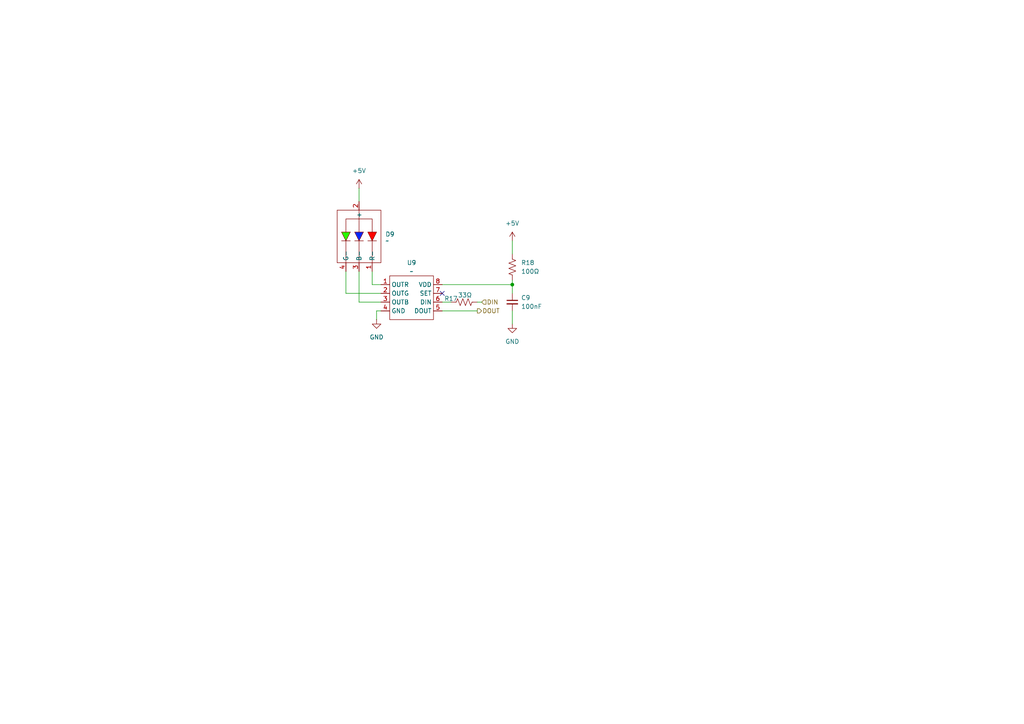
<source format=kicad_sch>
(kicad_sch (version 20231120) (generator "eeschema") (generator_version "8.0")
  (paper "A4")
  (lib_symbols
    (symbol "Device:C_Small" (pin_numbers hide) (pin_names (offset 0.254) hide)
      (property "Reference" "C" (at 0.254 1.778 0))
      (property "Value" "C_Small" (at 0.254 -2.032 0))
      (symbol "C_Small_0_1"
        (polyline (pts (xy -1.524 -0.508) (xy 1.524 -0.508)) (stroke (width 0.3302)))
        (polyline (pts (xy -1.524 0.508) (xy 1.524 0.508)) (stroke (width 0.3048)))
      )
      (symbol "C_Small_1_1"
        (pin passive line (at 0 2.54 270) (length 2.032) (name "~") (number "1"))
        (pin passive line (at 0 -2.54 90) (length 2.032) (name "~") (number "2"))
      )
    )
    (symbol "Device:R_US" (pin_numbers hide) (pin_names (offset 0))
      (property "Reference" "R" (at 2.54 0 90))
      (property "Value" "R_US" (at -2.54 0 90))
      (symbol "R_US_0_1"
        (polyline (pts (xy 0 -2.286) (xy 0 -2.54)))
        (polyline (pts (xy 0 2.286) (xy 0 2.54)))
        (polyline (pts (xy 0 -0.762) (xy 1.016 -1.143) (xy 0 -1.524) (xy -1.016 -1.905) (xy 0 -2.286)))
        (polyline (pts (xy 0 0.762) (xy 1.016 0.381) (xy 0 0) (xy -1.016 -0.381) (xy 0 -0.762)))
        (polyline (pts (xy 0 2.286) (xy 1.016 1.905) (xy 0 1.524) (xy -1.016 1.143) (xy 0 0.762)))
      )
      (symbol "R_US_1_1"
        (pin passive line (at 0 3.81 270) (length 1.27) (name "~") (number "1"))
        (pin passive line (at 0 -3.81 90) (length 1.27) (name "~") (number "2"))
      )
    )
    (symbol "power:+5V" (power) (pin_numbers hide) (pin_names (offset 0) hide)
      (property "Value" "+5V" (at 0 3.556 0))
      (symbol "+5V_0_1"
        (polyline (pts (xy -0.762 1.27) (xy 0 2.54)))
        (polyline (pts (xy 0 0) (xy 0 2.54)))
        (polyline (pts (xy 0 2.54) (xy 0.762 1.27)))
      )
      (symbol "+5V_1_1"
        (pin power_in line (at 0 0 90) (length 0) (name "~") (number "1"))
      )
    )
    (symbol "power:GND" (power) (pin_numbers hide) (pin_names (offset 0) hide)
      (property "Value" "GND" (at 0 -3.81 0))
      (symbol "GND_0_1"
        (polyline (pts (xy 0 0) (xy 0 -1.27) (xy 1.27 -1.27) (xy 0 -2.54) (xy -1.27 -1.27) (xy 0 -1.27)))
      )
      (symbol "GND_1_1"
        (pin power_in line (at 0 0 270) (length 0) (name "~") (number "1"))
      )
    )
    (symbol "rgbled:NH-B1212RGBA-HF"
      (property "Reference" "D" (at 6.858 7.366 0))
      (symbol "NH-B1212RGBA-HF_0_1"
        (rectangle (start -6.35 6.35) (end 8.89 -6.35))
        (polyline (pts (xy -3.81 0) (xy 0 0)))
        (polyline (pts (xy 8.89 -3.81) (xy 2.54 -3.81)))
        (polyline (pts (xy 8.89 0) (xy 2.54 0)))
        (polyline (pts (xy 8.89 3.81) (xy 2.54 3.81)))
        (polyline (pts (xy -3.81 0) (xy -3.81 -3.81) (xy 0 -3.81)))
        (polyline (pts (xy 2.54 -3.81) (xy 2.54 -2.54) (xy 2.54 -5.08)))
        (polyline (pts (xy 2.54 0) (xy 2.54 1.27) (xy 2.54 -1.27)))
        (polyline (pts (xy 2.54 3.81) (xy 2.54 5.08) (xy 2.54 2.54)))
        (polyline (pts (xy -6.35 0) (xy -3.81 0) (xy -3.81 3.81) (xy 0 3.81)))
        (polyline (pts (xy 0 -2.54) (xy 0 -5.08) (xy 2.54 -3.81) (xy 0 -2.54)) (fill (type color) (color 36 255 0 1)))
        (polyline (pts (xy 0 1.27) (xy 0 -1.27) (xy 2.54 0) (xy 0 1.27)) (fill (type color) (color 0 37 255 1)))
        (polyline (pts (xy 0 5.08) (xy 0 2.54) (xy 2.54 3.81) (xy 0 5.08)) (fill (type color) (color 255 4 0 1)))
      )
      (symbol "NH-B1212RGBA-HF_1_1"
        (pin output line (at 11.43 3.81 180) (length 2.54) (name "R-") (number "1"))
        (pin input line (at -8.89 0 0) (length 2.54) (name "+") (number "2"))
        (pin output line (at 11.43 0 180) (length 2.54) (name "B-") (number "3"))
        (pin output line (at 11.43 -3.81 180) (length 2.54) (name "G-") (number "4"))
      )
    )
    (symbol "rgbled:WS2811"
      (property "Reference" "U" (at 4.572 5.08 0))
      (symbol "WS2811_0_1"
        (rectangle (start -6.35 3.81) (end 6.35 -8.89))
      )
      (symbol "WS2811_1_1"
        (pin output line (at -8.89 1.27 0) (length 2.54) (name "OUTR") (number "1"))
        (pin output line (at -8.89 -1.27 0) (length 2.54) (name "OUTG") (number "2"))
        (pin output line (at -8.89 -3.81 0) (length 2.54) (name "OUTB") (number "3"))
        (pin power_out line (at -8.89 -6.35 0) (length 2.54) (name "GND") (number "4"))
        (pin input line (at 8.89 -6.35 180) (length 2.54) (name "DOUT") (number "5"))
        (pin input line (at 8.89 -3.81 180) (length 2.54) (name "DIN") (number "6"))
        (pin input line (at 8.89 -1.27 180) (length 2.54) (name "SET") (number "7"))
        (pin power_in line (at 8.89 1.27 180) (length 2.54) (name "VDD") (number "8"))
      )
    )
  )
  (junction (at 148.59 82.55))
  (no_connect (at 128.27 85.09))
  (wire (pts (xy 148.59 90.17) (xy 148.59 93.98)))
  (wire (pts (xy 110.49 82.55) (xy 107.95 82.55)))
  (wire (pts (xy 138.43 87.63) (xy 139.7 87.63)))
  (wire (pts (xy 104.14 87.63) (xy 110.49 87.63)))
  (wire (pts (xy 104.14 54.61) (xy 104.14 58.42)))
  (wire (pts (xy 148.59 82.55) (xy 148.59 85.09)))
  (wire (pts (xy 128.27 90.17) (xy 138.43 90.17)))
  (wire (pts (xy 128.27 82.55) (xy 148.59 82.55)))
  (wire (pts (xy 109.22 90.17) (xy 110.49 90.17)))
  (wire (pts (xy 148.59 81.28) (xy 148.59 82.55)))
  (wire (pts (xy 100.33 85.09) (xy 110.49 85.09)))
  (wire (pts (xy 148.59 69.85) (xy 148.59 73.66)))
  (wire (pts (xy 109.22 92.71) (xy 109.22 90.17)))
  (wire (pts (xy 107.95 82.55) (xy 107.95 78.74)))
  (wire (pts (xy 100.33 78.74) (xy 100.33 85.09)))
  (wire (pts (xy 104.14 78.74) (xy 104.14 87.63)))
  (wire (pts (xy 128.27 87.63) (xy 130.81 87.63)))
  (hierarchical_label "DIN" (shape input) (at 139.7 87.63 0))
  (hierarchical_label "DOUT" (shape output) (at 138.43 90.17 0))
  (symbol (lib_id "Device:R_US") (at 134.62 87.63 90) (unit 1)
    (property "Reference" "R17" (at 130.81 86.614 90))
    (property "Value" "33Ω" (at 134.874 85.598 90))
    (property "Footprint" "Resistor_SMD:R_0402_1005Metric" (effects (hide yes)))
    (property "Description" "Resistor, US symbol" (effects (hide yes)))
    (instances (project "bizcard" (path "" (reference "R17") (unit 1)) (path "" (reference "R19") (unit 1)) (path "" (reference "R23") (unit 1)) (path "" (reference "R65") (unit 1)) (path "" (reference "R69") (unit 1)) (path "" (reference "R5") (unit 1)) (path "" (reference "R45") (unit 1)) (path "" (reference "R37") (unit 1)) (path "" (reference "R43") (unit 1)) (path "" (reference "R53") (unit 1)) (path "" (reference "R41") (unit 1)) (path "" (reference "R49") (unit 1)) (path "" (reference "R13") (unit 1)) (path "" (reference "R51") (unit 1)) (path "" (reference "R27") (unit 1)) (path "" (reference "R67") (unit 1)) (path "" (reference "R55") (unit 1)) (path "" (reference "R63") (unit 1)) (path "" (reference "R25") (unit 1)) (path "" (reference "R21") (unit 1)) (path "" (reference "R61") (unit 1)) (path "" (reference "R78") (unit 1)) (path "" (reference "R35") (unit 1)) (path "" (reference "R33") (unit 1)) (path "" (reference "R57") (unit 1)) (path "" (reference "R11") (unit 1)) (path "" (reference "R47") (unit 1)) (path "" (reference "R39") (unit 1)) (path "" (reference "R59") (unit 1)) (path "" (reference "R3") (unit 1)) (path "" (reference "R9") (unit 1)) (path "" (reference "R29") (unit 1)) (path "" (reference "R31") (unit 1)) (path "" (reference "R71") (unit 1)) (path "" (reference "R7") (unit 1)) (path "" (reference "R15") (unit 1))))
  )
  (symbol (lib_id "Device:C_Small") (at 148.59 87.63 0) (unit 1)
    (property "Reference" "C9" (at 151.13 86.3662 0) (effects (justify left)))
    (property "Value" "100nF" (at 151.13 88.9062 0) (effects (justify left)))
    (property "Footprint" "Capacitor_SMD:C_0402_1005Metric" (effects (hide yes)))
    (property "Description" "Unpolarized capacitor, small symbol" (effects (hide yes)))
    (instances (project "bizcard" (path "" (reference "C9") (unit 1)) (path "" (reference "C10") (unit 1)) (path "" (reference "C12") (unit 1)) (path "" (reference "C33") (unit 1)) (path "" (reference "C35") (unit 1)) (path "" (reference "C3") (unit 1)) (path "" (reference "C23") (unit 1)) (path "" (reference "C19") (unit 1)) (path "" (reference "C22") (unit 1)) (path "" (reference "C27") (unit 1)) (path "" (reference "C21") (unit 1)) (path "" (reference "C25") (unit 1)) (path "" (reference "C7") (unit 1)) (path "" (reference "C26") (unit 1)) (path "" (reference "C14") (unit 1)) (path "" (reference "C34") (unit 1)) (path "" (reference "C28") (unit 1)) (path "" (reference "C32") (unit 1)) (path "" (reference "C13") (unit 1)) (path "" (reference "C11") (unit 1)) (path "" (reference "C31") (unit 1)) (path "" (reference "C45") (unit 1)) (path "" (reference "C18") (unit 1)) (path "" (reference "C17") (unit 1)) (path "" (reference "C29") (unit 1)) (path "" (reference "C6") (unit 1)) (path "" (reference "C24") (unit 1)) (path "" (reference "C20") (unit 1)) (path "" (reference "C30") (unit 1)) (path "" (reference "C2") (unit 1)) (path "" (reference "C5") (unit 1)) (path "" (reference "C15") (unit 1)) (path "" (reference "C16") (unit 1)) (path "" (reference "C36") (unit 1)) (path "" (reference "C4") (unit 1)) (path "" (reference "C8") (unit 1))))
  )
  (symbol (lib_id "power:+5V") (at 148.59 69.85 0) (unit 1)
    (property "Reference" "#PWR035" (effects (hide yes)))
    (property "Value" "+5V" (at 148.59 64.77 0))
    (property "Description" "Power symbol creates a global label with name \"+5V\"" (effects (hide yes)))
    (instances (project "bizcard" (path "" (reference "#PWR035") (unit 1)) (path "" (reference "#PWR039") (unit 1)) (path "" (reference "#PWR047") (unit 1)) (path "" (reference "#PWR0131") (unit 1)) (path "" (reference "#PWR0139") (unit 1)) (path "" (reference "#PWR011") (unit 1)) (path "" (reference "#PWR091") (unit 1)) (path "" (reference "#PWR075") (unit 1)) (path "" (reference "#PWR087") (unit 1)) (path "" (reference "#PWR0107") (unit 1)) (path "" (reference "#PWR083") (unit 1)) (path "" (reference "#PWR099") (unit 1)) (path "" (reference "#PWR027") (unit 1)) (path "" (reference "#PWR0103") (unit 1)) (path "" (reference "#PWR055") (unit 1)) (path "" (reference "#PWR0135") (unit 1)) (path "" (reference "#PWR0111") (unit 1)) (path "" (reference "#PWR0127") (unit 1)) (path "" (reference "#PWR051") (unit 1)) (path "" (reference "#PWR043") (unit 1)) (path "" (reference "#PWR0123") (unit 1)) (path "" (reference "#PWR03") (unit 1)) (path "" (reference "#PWR071") (unit 1)) (path "" (reference "#PWR067") (unit 1)) (path "" (reference "#PWR0115") (unit 1)) (path "" (reference "#PWR023") (unit 1)) (path "" (reference "#PWR095") (unit 1)) (path "" (reference "#PWR079") (unit 1)) (path "" (reference "#PWR0119") (unit 1)) (path "" (reference "#PWR07") (unit 1)) (path "" (reference "#PWR019") (unit 1)) (path "" (reference "#PWR059") (unit 1)) (path "" (reference "#PWR063") (unit 1)) (path "" (reference "#PWR0143") (unit 1)) (path "" (reference "#PWR015") (unit 1)) (path "" (reference "#PWR031") (unit 1))))
  )
  (symbol (lib_id "power:GND") (at 148.59 93.98 0) (unit 1)
    (property "Reference" "#PWR036" (effects (hide yes)))
    (property "Value" "GND" (at 148.59 99.06 0))
    (property "Description" "Power symbol creates a global label with name \"GND\" , ground" (effects (hide yes)))
    (instances (project "bizcard" (path "" (reference "#PWR036") (unit 1)) (path "" (reference "#PWR040") (unit 1)) (path "" (reference "#PWR048") (unit 1)) (path "" (reference "#PWR0132") (unit 1)) (path "" (reference "#PWR0140") (unit 1)) (path "" (reference "#PWR012") (unit 1)) (path "" (reference "#PWR092") (unit 1)) (path "" (reference "#PWR076") (unit 1)) (path "" (reference "#PWR088") (unit 1)) (path "" (reference "#PWR0108") (unit 1)) (path "" (reference "#PWR084") (unit 1)) (path "" (reference "#PWR0100") (unit 1)) (path "" (reference "#PWR028") (unit 1)) (path "" (reference "#PWR0104") (unit 1)) (path "" (reference "#PWR056") (unit 1)) (path "" (reference "#PWR0136") (unit 1)) (path "" (reference "#PWR0112") (unit 1)) (path "" (reference "#PWR0128") (unit 1)) (path "" (reference "#PWR052") (unit 1)) (path "" (reference "#PWR044") (unit 1)) (path "" (reference "#PWR0124") (unit 1)) (path "" (reference "#PWR04") (unit 1)) (path "" (reference "#PWR072") (unit 1)) (path "" (reference "#PWR068") (unit 1)) (path "" (reference "#PWR0116") (unit 1)) (path "" (reference "#PWR024") (unit 1)) (path "" (reference "#PWR096") (unit 1)) (path "" (reference "#PWR080") (unit 1)) (path "" (reference "#PWR0120") (unit 1)) (path "" (reference "#PWR08") (unit 1)) (path "" (reference "#PWR020") (unit 1)) (path "" (reference "#PWR060") (unit 1)) (path "" (reference "#PWR064") (unit 1)) (path "" (reference "#PWR0144") (unit 1)) (path "" (reference "#PWR016") (unit 1)) (path "" (reference "#PWR032") (unit 1))))
  )
  (symbol (lib_id "rgbled:NH-B1212RGBA-HF") (at 104.14 67.31 270) (unit 1)
    (property "Reference" "D9" (at 111.76 67.9449 90) (effects (justify left)))
    (property "Value" "~" (at 111.76 69.85 90) (effects (justify left)))
    (property "Footprint" "rgbled:NH-B1212RGBA-HF" (effects (hide yes)))
    (instances (project "bizcard" (path "" (reference "D9") (unit 1)) (path "" (reference "D10") (unit 1)) (path "" (reference "D12") (unit 1)) (path "" (reference "D33") (unit 1)) (path "" (reference "D35") (unit 1)) (path "" (reference "D3") (unit 1)) (path "" (reference "D23") (unit 1)) (path "" (reference "D19") (unit 1)) (path "" (reference "D22") (unit 1)) (path "" (reference "D27") (unit 1)) (path "" (reference "D21") (unit 1)) (path "" (reference "D25") (unit 1)) (path "" (reference "D7") (unit 1)) (path "" (reference "D26") (unit 1)) (path "" (reference "D14") (unit 1)) (path "" (reference "D34") (unit 1)) (path "" (reference "D28") (unit 1)) (path "" (reference "D32") (unit 1)) (path "" (reference "D13") (unit 1)) (path "" (reference "D11") (unit 1)) (path "" (reference "D31") (unit 1)) (path "" (reference "D40") (unit 1)) (path "" (reference "D18") (unit 1)) (path "" (reference "D17") (unit 1)) (path "" (reference "D29") (unit 1)) (path "" (reference "D6") (unit 1)) (path "" (reference "D24") (unit 1)) (path "" (reference "D20") (unit 1)) (path "" (reference "D30") (unit 1)) (path "" (reference "D1") (unit 1)) (path "" (reference "D5") (unit 1)) (path "" (reference "D15") (unit 1)) (path "" (reference "D16") (unit 1)) (path "" (reference "D36") (unit 1)) (path "" (reference "D4") (unit 1)) (path "" (reference "D8") (unit 1))))
  )
  (symbol (lib_id "Device:R_US") (at 148.59 77.47 0) (unit 1)
    (property "Reference" "R18" (at 151.13 76.1999 0) (effects (justify left)))
    (property "Value" "100Ω" (at 151.13 78.7399 0) (effects (justify left)))
    (property "Footprint" "Resistor_SMD:R_0402_1005Metric" (effects (hide yes)))
    (property "Description" "Resistor, US symbol" (effects (hide yes)))
    (instances (project "bizcard" (path "" (reference "R18") (unit 1)) (path "" (reference "R20") (unit 1)) (path "" (reference "R24") (unit 1)) (path "" (reference "R66") (unit 1)) (path "" (reference "R70") (unit 1)) (path "" (reference "R6") (unit 1)) (path "" (reference "R46") (unit 1)) (path "" (reference "R38") (unit 1)) (path "" (reference "R44") (unit 1)) (path "" (reference "R54") (unit 1)) (path "" (reference "R42") (unit 1)) (path "" (reference "R50") (unit 1)) (path "" (reference "R14") (unit 1)) (path "" (reference "R52") (unit 1)) (path "" (reference "R28") (unit 1)) (path "" (reference "R68") (unit 1)) (path "" (reference "R56") (unit 1)) (path "" (reference "R64") (unit 1)) (path "" (reference "R26") (unit 1)) (path "" (reference "R22") (unit 1)) (path "" (reference "R62") (unit 1)) (path "" (reference "R79") (unit 1)) (path "" (reference "R36") (unit 1)) (path "" (reference "R34") (unit 1)) (path "" (reference "R58") (unit 1)) (path "" (reference "R12") (unit 1)) (path "" (reference "R48") (unit 1)) (path "" (reference "R40") (unit 1)) (path "" (reference "R60") (unit 1)) (path "" (reference "R4") (unit 1)) (path "" (reference "R10") (unit 1)) (path "" (reference "R30") (unit 1)) (path "" (reference "R32") (unit 1)) (path "" (reference "R72") (unit 1)) (path "" (reference "R8") (unit 1)) (path "" (reference "R16") (unit 1))))
  )
  (symbol (lib_id "power:GND") (at 109.22 92.71 0) (unit 1)
    (property "Reference" "#PWR034" (effects (hide yes)))
    (property "Value" "GND" (at 109.22 97.79 0))
    (property "Description" "Power symbol creates a global label with name \"GND\" , ground" (effects (hide yes)))
    (instances (project "bizcard" (path "" (reference "#PWR034") (unit 1)) (path "" (reference "#PWR038") (unit 1)) (path "" (reference "#PWR046") (unit 1)) (path "" (reference "#PWR0130") (unit 1)) (path "" (reference "#PWR0138") (unit 1)) (path "" (reference "#PWR010") (unit 1)) (path "" (reference "#PWR090") (unit 1)) (path "" (reference "#PWR074") (unit 1)) (path "" (reference "#PWR086") (unit 1)) (path "" (reference "#PWR0106") (unit 1)) (path "" (reference "#PWR082") (unit 1)) (path "" (reference "#PWR098") (unit 1)) (path "" (reference "#PWR026") (unit 1)) (path "" (reference "#PWR0102") (unit 1)) (path "" (reference "#PWR054") (unit 1)) (path "" (reference "#PWR0134") (unit 1)) (path "" (reference "#PWR0110") (unit 1)) (path "" (reference "#PWR0126") (unit 1)) (path "" (reference "#PWR050") (unit 1)) (path "" (reference "#PWR042") (unit 1)) (path "" (reference "#PWR0122") (unit 1)) (path "" (reference "#PWR0171") (unit 1)) (path "" (reference "#PWR070") (unit 1)) (path "" (reference "#PWR066") (unit 1)) (path "" (reference "#PWR0114") (unit 1)) (path "" (reference "#PWR022") (unit 1)) (path "" (reference "#PWR094") (unit 1)) (path "" (reference "#PWR078") (unit 1)) (path "" (reference "#PWR0118") (unit 1)) (path "" (reference "#PWR06") (unit 1)) (path "" (reference "#PWR018") (unit 1)) (path "" (reference "#PWR058") (unit 1)) (path "" (reference "#PWR062") (unit 1)) (path "" (reference "#PWR0142") (unit 1)) (path "" (reference "#PWR014") (unit 1)) (path "" (reference "#PWR030") (unit 1))))
  )
  (symbol (lib_id "rgbled:WS2811") (at 119.38 83.82 0) (unit 1)
    (property "Reference" "U9" (at 119.38 76.2 0))
    (property "Value" "~" (at 119.38 78.74 0))
    (property "Footprint" "rgbled:WS2811F" (effects (hide yes)))
    (instances (project "bizcard" (path "" (reference "U9") (unit 1)) (path "" (reference "U10") (unit 1)) (path "" (reference "U12") (unit 1)) (path "" (reference "U33") (unit 1)) (path "" (reference "U35") (unit 1)) (path "" (reference "U3") (unit 1)) (path "" (reference "U23") (unit 1)) (path "" (reference "U19") (unit 1)) (path "" (reference "U22") (unit 1)) (path "" (reference "U27") (unit 1)) (path "" (reference "U21") (unit 1)) (path "" (reference "U25") (unit 1)) (path "" (reference "U7") (unit 1)) (path "" (reference "U26") (unit 1)) (path "" (reference "U14") (unit 1)) (path "" (reference "U34") (unit 1)) (path "" (reference "U28") (unit 1)) (path "" (reference "U32") (unit 1)) (path "" (reference "U13") (unit 1)) (path "" (reference "U11") (unit 1)) (path "" (reference "U31") (unit 1)) (path "" (reference "U38") (unit 1)) (path "" (reference "U18") (unit 1)) (path "" (reference "U17") (unit 1)) (path "" (reference "U29") (unit 1)) (path "" (reference "U6") (unit 1)) (path "" (reference "U24") (unit 1)) (path "" (reference "U20") (unit 1)) (path "" (reference "U30") (unit 1)) (path "" (reference "U2") (unit 1)) (path "" (reference "U5") (unit 1)) (path "" (reference "U15") (unit 1)) (path "" (reference "U16") (unit 1)) (path "" (reference "U36") (unit 1)) (path "" (reference "U4") (unit 1)) (path "" (reference "U8") (unit 1))))
  )
  (symbol (lib_id "power:+5V") (at 104.14 54.61 0) (unit 1)
    (property "Reference" "#PWR033" (effects (hide yes)))
    (property "Value" "+5V" (at 104.14 49.53 0))
    (property "Description" "Power symbol creates a global label with name \"+5V\"" (effects (hide yes)))
    (instances (project "bizcard" (path "" (reference "#PWR033") (unit 1)) (path "" (reference "#PWR037") (unit 1)) (path "" (reference "#PWR045") (unit 1)) (path "" (reference "#PWR0129") (unit 1)) (path "" (reference "#PWR0137") (unit 1)) (path "" (reference "#PWR09") (unit 1)) (path "" (reference "#PWR089") (unit 1)) (path "" (reference "#PWR073") (unit 1)) (path "" (reference "#PWR085") (unit 1)) (path "" (reference "#PWR0105") (unit 1)) (path "" (reference "#PWR081") (unit 1)) (path "" (reference "#PWR097") (unit 1)) (path "" (reference "#PWR025") (unit 1)) (path "" (reference "#PWR0101") (unit 1)) (path "" (reference "#PWR053") (unit 1)) (path "" (reference "#PWR0133") (unit 1)) (path "" (reference "#PWR0109") (unit 1)) (path "" (reference "#PWR0125") (unit 1)) (path "" (reference "#PWR049") (unit 1)) (path "" (reference "#PWR041") (unit 1)) (path "" (reference "#PWR0121") (unit 1)) (path "" (reference "#PWR0172") (unit 1)) (path "" (reference "#PWR069") (unit 1)) (path "" (reference "#PWR065") (unit 1)) (path "" (reference "#PWR0113") (unit 1)) (path "" (reference "#PWR021") (unit 1)) (path "" (reference "#PWR093") (unit 1)) (path "" (reference "#PWR077") (unit 1)) (path "" (reference "#PWR0117") (unit 1)) (path "" (reference "#PWR05") (unit 1)) (path "" (reference "#PWR017") (unit 1)) (path "" (reference "#PWR057") (unit 1)) (path "" (reference "#PWR061") (unit 1)) (path "" (reference "#PWR0141") (unit 1)) (path "" (reference "#PWR013") (unit 1)) (path "" (reference "#PWR029") (unit 1))))
  )
)
</source>
